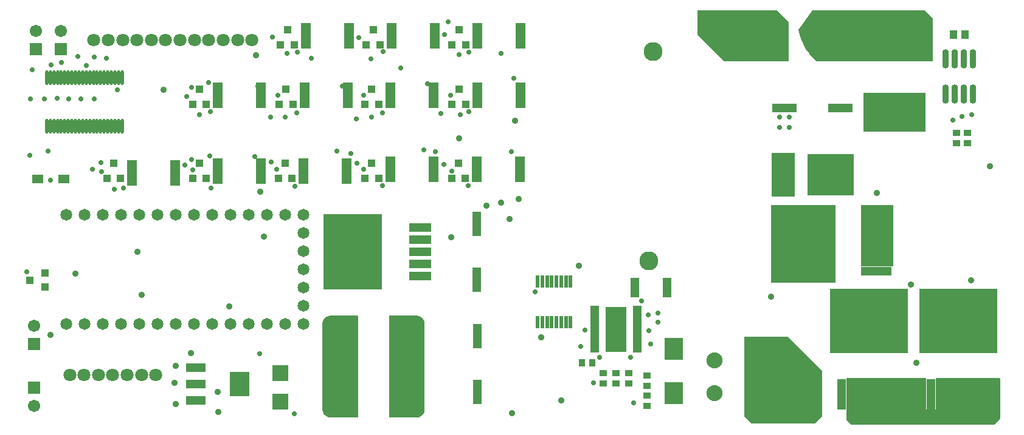
<source format=gts>
G04 Layer_Color=8388736*
%FSAX24Y24*%
%MOIN*%
G70*
G01*
G75*
%ADD11R,0.0630X0.0472*%
%ADD78R,0.0572X0.1399*%
%ADD79R,0.4253X0.3545*%
%ADD80R,0.0453X0.1674*%
%ADD81R,0.0867X0.0867*%
%ADD82R,0.3230X0.4174*%
%ADD83R,0.1222X0.0474*%
%ADD84R,0.0434X0.0474*%
%ADD85R,0.0220X0.0660*%
G04:AMPARAMS|DCode=86|XSize=195mil|YSize=559.2mil|CornerRadius=97.5mil|HoleSize=0mil|Usage=FLASHONLY|Rotation=0.000|XOffset=0mil|YOffset=0mil|HoleType=Round|Shape=RoundedRectangle|*
%AMROUNDEDRECTD86*
21,1,0.1950,0.3642,0,0,0.0*
21,1,0.0000,0.5592,0,0,0.0*
1,1,0.1950,0.0000,-0.1821*
1,1,0.1950,0.0000,-0.1821*
1,1,0.1950,0.0000,0.1821*
1,1,0.1950,0.0000,0.1821*
%
%ADD86ROUNDEDRECTD86*%
%ADD87R,0.0400X0.0440*%
%ADD88R,0.3420X0.2130*%
%ADD89R,0.0474X0.1340*%
%ADD90R,0.1064X0.0474*%
%ADD91R,0.1064X0.1379*%
%ADD92R,0.1030X0.1190*%
%ADD93R,0.0356X0.0434*%
%ADD94R,0.0434X0.0356*%
%ADD95R,0.0440X0.0400*%
%ADD96O,0.0178X0.0828*%
%ADD97O,0.0356X0.1064*%
%ADD98R,0.0493X0.1104*%
%ADD99R,0.0493X0.0257*%
%ADD100R,0.1159X0.2470*%
%ADD101R,0.1340X0.0474*%
%ADD102R,0.3545X0.4253*%
%ADD103R,0.1674X0.0453*%
%ADD104R,0.1202X0.0572*%
%ADD105R,0.2560X0.2265*%
%ADD106R,0.1280X0.2430*%
%ADD107C,0.0671*%
%ADD108R,0.0671X0.0671*%
%ADD109C,0.0710*%
%ADD110C,0.0880*%
%ADD111C,0.1037*%
%ADD112C,0.0650*%
%ADD113C,0.0280*%
%ADD114C,0.0360*%
G36*
X033219Y016146D02*
X033225Y016145D01*
X033230Y016143D01*
X033234Y016141D01*
X033239Y016138D01*
X033243Y016134D01*
X033246Y016130D01*
X033249Y016126D01*
X033251Y016121D01*
X033253Y016116D01*
X033254Y016111D01*
X033254Y016106D01*
Y010594D01*
X033254Y010589D01*
X033253Y010584D01*
X033251Y010579D01*
X033249Y010574D01*
X033246Y010570D01*
X033243Y010566D01*
X033239Y010562D01*
X033234Y010559D01*
X033230Y010557D01*
X033225Y010555D01*
X033219Y010554D01*
X033214Y010554D01*
X031712D01*
X031707Y010554D01*
X031630Y010564D01*
X031625Y010566D01*
X031620Y010567D01*
X031524Y010607D01*
X031519Y010609D01*
X031515Y010612D01*
X031433Y010675D01*
X031429Y010679D01*
Y010679D01*
X031429D01*
X031425Y010683D01*
X031362Y010765D01*
X031359Y010769D01*
X031357Y010774D01*
X031317Y010870D01*
X031316Y010875D01*
X031314Y010880D01*
X031304Y010957D01*
X031304Y010962D01*
Y010962D01*
D01*
Y010988D01*
Y015712D01*
Y015738D01*
X031304Y015743D01*
X031314Y015820D01*
X031316Y015825D01*
X031317Y015830D01*
X031357Y015926D01*
X031359Y015931D01*
X031362Y015935D01*
X031425Y016017D01*
X031429Y016021D01*
X031433Y016025D01*
X031433Y016025D01*
X031515Y016088D01*
X031517Y016089D01*
X031519Y016091D01*
X031524Y016093D01*
X031620Y016133D01*
X031625Y016134D01*
X031630Y016136D01*
X031707Y016146D01*
X031712Y016146D01*
X031712D01*
D01*
X033214D01*
X033219Y016146D01*
D02*
G37*
G36*
X068405Y012740D02*
X068410Y012739D01*
X068415Y012737D01*
X068420Y012735D01*
X068424Y012732D01*
X068428Y012728D01*
X068432Y012724D01*
X068435Y012720D01*
X068437Y012715D01*
X068439Y012710D01*
X068440Y012705D01*
X068440Y012700D01*
X068440Y010500D01*
X068440Y010495D01*
X068439Y010490D01*
X068437Y010485D01*
X068435Y010480D01*
X068432Y010476D01*
X068428Y010472D01*
X068128Y010172D01*
X068124Y010168D01*
X068120Y010165D01*
X068115Y010163D01*
X068110Y010161D01*
X068105Y010160D01*
X068100Y010160D01*
X060300Y010160D01*
X060295Y010160D01*
X060290Y010161D01*
X060285Y010163D01*
X060280Y010165D01*
X060276Y010168D01*
X060272Y010172D01*
X060022Y010422D01*
X060018Y010426D01*
X060015Y010430D01*
X060013Y010435D01*
X060011Y010440D01*
X060010Y010445D01*
X060010Y010450D01*
Y012700D01*
X060010Y012705D01*
X060011Y012710D01*
X060013Y012715D01*
X060015Y012720D01*
X060018Y012724D01*
X060022Y012728D01*
X060026Y012732D01*
X060030Y012735D01*
X060035Y012737D01*
X060040Y012739D01*
X060045Y012740D01*
X060050Y012740D01*
X064350D01*
X064355Y012740D01*
X064360Y012739D01*
X064365Y012737D01*
X064370Y012735D01*
X064374Y012732D01*
X064378Y012728D01*
X064382Y012724D01*
X064385Y012720D01*
X064387Y012715D01*
X064389Y012710D01*
X064390Y012705D01*
X064390Y012700D01*
Y010990D01*
X064910D01*
X064910Y012700D01*
X064910Y012705D01*
X064911Y012710D01*
X064913Y012715D01*
X064915Y012720D01*
X064918Y012724D01*
X064922Y012728D01*
X064926Y012732D01*
X064930Y012735D01*
X064935Y012737D01*
X064940Y012739D01*
X064945Y012740D01*
X064950Y012740D01*
X068400Y012740D01*
X068405Y012740D01*
D02*
G37*
G36*
X056805Y014990D02*
X056810Y014989D01*
X056815Y014987D01*
X056820Y014985D01*
X056824Y014982D01*
X056828Y014978D01*
X058678Y013128D01*
X058682Y013124D01*
X058685Y013120D01*
X058687Y013115D01*
X058689Y013110D01*
X058690Y013105D01*
X058690Y013100D01*
X058690Y010650D01*
X058690Y010645D01*
X058689Y010640D01*
X058687Y010635D01*
X058685Y010630D01*
X058682Y010626D01*
X058678Y010622D01*
X058278Y010222D01*
X058274Y010218D01*
X058270Y010215D01*
X058265Y010213D01*
X058260Y010211D01*
X058255Y010210D01*
X058250Y010210D01*
X054850D01*
X054845Y010210D01*
X054840Y010211D01*
X054835Y010213D01*
X054830Y010215D01*
X054826Y010218D01*
X054822Y010222D01*
X054422Y010622D01*
X054418Y010626D01*
X054415Y010630D01*
X054413Y010635D01*
X054411Y010640D01*
X054410Y010645D01*
X054410Y010650D01*
Y014950D01*
X054410Y014955D01*
X054411Y014960D01*
X054413Y014965D01*
X054415Y014970D01*
X054418Y014974D01*
X054422Y014978D01*
X054426Y014982D01*
X054430Y014985D01*
X054435Y014987D01*
X054440Y014989D01*
X054445Y014990D01*
X054450Y014990D01*
X056800D01*
X056805Y014990D01*
D02*
G37*
G36*
X036493Y016146D02*
X036570Y016136D01*
X036575Y016134D01*
X036580Y016133D01*
X036676Y016093D01*
X036681Y016091D01*
X036685Y016088D01*
X036767Y016025D01*
X036771Y016021D01*
Y016021D01*
X036771D01*
X036775Y016017D01*
X036838Y015935D01*
X036841Y015931D01*
X036843Y015926D01*
X036883Y015830D01*
X036884Y015825D01*
X036886Y015820D01*
X036896Y015743D01*
X036896Y015738D01*
Y015712D01*
Y010988D01*
Y010962D01*
D01*
Y010962D01*
X036896Y010957D01*
X036886Y010880D01*
X036884Y010875D01*
X036883Y010870D01*
X036843Y010774D01*
X036841Y010769D01*
X036838Y010765D01*
X036775Y010683D01*
X036771Y010679D01*
X036771D01*
Y010679D01*
X036767Y010675D01*
X036685Y010612D01*
X036681Y010609D01*
X036676Y010607D01*
X036580Y010567D01*
X036575Y010566D01*
X036570Y010564D01*
X036493Y010554D01*
X036488Y010554D01*
X034986D01*
X034981Y010554D01*
X034975Y010555D01*
X034970Y010557D01*
X034966Y010559D01*
X034961Y010562D01*
X034957Y010566D01*
X034954Y010570D01*
X034951Y010574D01*
X034949Y010579D01*
X034947Y010584D01*
X034946Y010589D01*
X034946Y010594D01*
Y016106D01*
X034946Y016111D01*
X034947Y016116D01*
X034949Y016121D01*
X034951Y016126D01*
X034954Y016130D01*
X034957Y016134D01*
X034961Y016138D01*
X034966Y016141D01*
X034970Y016143D01*
X034975Y016145D01*
X034981Y016146D01*
X034986Y016146D01*
X036488D01*
D01*
X036488D01*
X036493Y016146D01*
D02*
G37*
G36*
X064305Y032940D02*
X064310Y032939D01*
X064315Y032937D01*
X064320Y032935D01*
X064324Y032932D01*
X064328Y032928D01*
X064728Y032528D01*
X064732Y032524D01*
X064735Y032520D01*
X064737Y032515D01*
X064739Y032510D01*
X064740Y032505D01*
X064740Y032500D01*
X064740Y030150D01*
X064740Y030145D01*
X064739Y030140D01*
X064737Y030135D01*
X064735Y030130D01*
X064732Y030126D01*
X064728Y030122D01*
X064724Y030118D01*
X064720Y030115D01*
X064715Y030113D01*
X064710Y030111D01*
X064705Y030110D01*
X064700Y030110D01*
X058426Y030110D01*
X058425Y030110D01*
X058424Y030110D01*
X058422Y030110D01*
X058420Y030110D01*
X058420Y030110D01*
X058419Y030110D01*
X058417Y030111D01*
X058415Y030111D01*
X058415Y030111D01*
X058414Y030112D01*
X058412Y030112D01*
X058410Y030113D01*
X058410Y030113D01*
X058409Y030113D01*
X058407Y030114D01*
X058406Y030115D01*
X058405Y030116D01*
X058405Y030116D01*
X058403Y030117D01*
X058401Y030118D01*
X058401Y030119D01*
X058400Y030119D01*
X058286Y030212D01*
X058286Y030212D01*
X058286Y030212D01*
X058284Y030214D01*
X058282Y030216D01*
X058282Y030216D01*
X058282Y030216D01*
X057978Y030539D01*
X057978Y030539D01*
X057978Y030539D01*
X057977Y030541D01*
X057975Y030543D01*
X057975Y030543D01*
X057975Y030543D01*
X057795Y030796D01*
X057794Y030798D01*
X057793Y030800D01*
X057643Y031071D01*
X057642Y031073D01*
X057641Y031075D01*
X057522Y031362D01*
D01*
Y031362D01*
X057522Y031362D01*
X057521Y031365D01*
X057521Y031367D01*
X057521Y031367D01*
X057521Y031367D01*
X057521Y031367D01*
X057422Y031733D01*
X057421Y031735D01*
X057421Y031737D01*
X057401Y031862D01*
X057401Y031863D01*
X057401Y031863D01*
X057401Y031865D01*
X057401Y031867D01*
X057401Y031867D01*
X057401Y031867D01*
X057401Y031868D01*
X057401Y031868D01*
X057401Y031870D01*
X057401Y031872D01*
X057401Y031872D01*
X057401Y031873D01*
X057401Y031873D01*
X057401Y031873D01*
X057402Y031875D01*
X057402Y031877D01*
X057402Y031877D01*
X057402Y031878D01*
X057402Y031878D01*
X057402Y031879D01*
X057403Y031880D01*
X057403Y031882D01*
X057404Y031882D01*
X057404Y031883D01*
X057404Y031883D01*
X057404Y031884D01*
X057405Y031885D01*
X057406Y031887D01*
X057406Y031887D01*
X057406Y031887D01*
X057406Y031888D01*
X057406Y031888D01*
X057407Y031890D01*
X057408Y031892D01*
X058146Y032923D01*
X058147Y032924D01*
X058147Y032924D01*
X058148Y032926D01*
X058149Y032927D01*
X058150Y032928D01*
X058150Y032928D01*
X058152Y032930D01*
X058153Y032931D01*
X058154Y032931D01*
X058154Y032932D01*
X058156Y032933D01*
X058158Y032934D01*
X058158Y032934D01*
X058159Y032935D01*
X058160Y032936D01*
X058162Y032936D01*
X058163Y032937D01*
X058163Y032937D01*
X058165Y032938D01*
X058167Y032938D01*
X058168Y032938D01*
X058168Y032939D01*
X058170Y032939D01*
X058172Y032940D01*
X058173Y032940D01*
X058174Y032940D01*
X058175Y032940D01*
X058177Y032940D01*
X058178Y032940D01*
X058179Y032940D01*
X064300Y032940D01*
X064305Y032940D01*
D02*
G37*
G36*
X056205Y032940D02*
X056210Y032939D01*
X056215Y032937D01*
X056220Y032935D01*
X056224Y032932D01*
X056228Y032928D01*
X056828Y032328D01*
X056832Y032324D01*
X056835Y032320D01*
X056837Y032315D01*
X056839Y032310D01*
X056840Y032305D01*
X056840Y032300D01*
X056840Y030150D01*
X056840Y030145D01*
X056839Y030140D01*
X056837Y030135D01*
X056835Y030130D01*
X056832Y030126D01*
X056828Y030122D01*
X056824Y030118D01*
X056820Y030115D01*
X056815Y030113D01*
X056810Y030111D01*
X056805Y030110D01*
X056800Y030110D01*
X053350D01*
X053345Y030110D01*
X053340Y030111D01*
X053335Y030113D01*
X053330Y030115D01*
X053326Y030118D01*
X053322Y030122D01*
X051872Y031572D01*
X051868Y031576D01*
X051865Y031580D01*
X051863Y031585D01*
X051861Y031590D01*
X051860Y031595D01*
X051860Y031600D01*
X051860Y032900D01*
X051860Y032905D01*
X051861Y032910D01*
X051863Y032915D01*
X051865Y032920D01*
X051868Y032924D01*
X051872Y032928D01*
X051876Y032932D01*
X051880Y032935D01*
X051885Y032937D01*
X051890Y032939D01*
X051895Y032940D01*
X051900Y032940D01*
X056200D01*
X056205Y032940D01*
D02*
G37*
G36*
X062555Y022240D02*
X062560Y022239D01*
X062565Y022237D01*
X062570Y022235D01*
X062574Y022232D01*
X062578Y022228D01*
X062582Y022224D01*
X062585Y022220D01*
X062587Y022215D01*
X062589Y022210D01*
X062590Y022205D01*
X062590Y022200D01*
Y018900D01*
X062590Y018895D01*
X062589Y018890D01*
X062587Y018885D01*
X062585Y018880D01*
X062582Y018876D01*
X062578Y018872D01*
X062574Y018868D01*
X062570Y018865D01*
X062565Y018863D01*
X062560Y018861D01*
X062555Y018860D01*
X062550Y018860D01*
X060850D01*
X060845Y018860D01*
X060840Y018861D01*
X060835Y018863D01*
X060830Y018865D01*
X060826Y018868D01*
X060822Y018872D01*
X060818Y018876D01*
X060815Y018880D01*
X060813Y018885D01*
X060811Y018890D01*
X060810Y018895D01*
X060810Y018900D01*
Y022200D01*
X060810Y022205D01*
X060811Y022210D01*
X060813Y022215D01*
X060815Y022220D01*
X060818Y022224D01*
X060822Y022228D01*
X060826Y022232D01*
X060830Y022235D01*
X060835Y022237D01*
X060840Y022239D01*
X060845Y022240D01*
X060850Y022240D01*
X062550D01*
X062555Y022240D01*
D02*
G37*
D11*
X017109Y023650D02*
D03*
X015691D02*
D03*
D78*
X032754Y031514D02*
D03*
X030392D02*
D03*
X037454D02*
D03*
X035092D02*
D03*
X042154D02*
D03*
X039792D02*
D03*
X042154Y028264D02*
D03*
X039792D02*
D03*
X037381Y028250D02*
D03*
X035019D02*
D03*
X032681D02*
D03*
X030319D02*
D03*
X027931D02*
D03*
X025569D02*
D03*
X042131Y024200D02*
D03*
X039769D02*
D03*
X037381D02*
D03*
X035019D02*
D03*
X023231Y024000D02*
D03*
X020869D02*
D03*
X027931Y024100D02*
D03*
X025569D02*
D03*
X032631D02*
D03*
X030269D02*
D03*
D79*
X061250Y015855D02*
D03*
X066150D02*
D03*
D80*
X062750Y011839D02*
D03*
X062250D02*
D03*
X061750D02*
D03*
X060750D02*
D03*
X060250D02*
D03*
X059750D02*
D03*
X067650D02*
D03*
X067150D02*
D03*
X066650D02*
D03*
X065650D02*
D03*
X065150D02*
D03*
X064650D02*
D03*
D81*
X029000Y012987D02*
D03*
Y011413D02*
D03*
D82*
X032961Y019650D02*
D03*
D83*
X036643Y020989D02*
D03*
Y020319D02*
D03*
Y019650D02*
D03*
Y018981D02*
D03*
Y018311D02*
D03*
D84*
X065885Y031600D02*
D03*
X066515D02*
D03*
D85*
X043104Y015790D02*
D03*
X043360D02*
D03*
X043616D02*
D03*
X043872D02*
D03*
X044128D02*
D03*
X044384D02*
D03*
X044640D02*
D03*
X044896D02*
D03*
Y018010D02*
D03*
X044640D02*
D03*
X044384D02*
D03*
X044128D02*
D03*
X043872D02*
D03*
X043616D02*
D03*
X043360D02*
D03*
X043104D02*
D03*
D86*
X032279Y013350D02*
D03*
X035921D02*
D03*
D87*
X038399Y027770D02*
D03*
X039153D02*
D03*
X038773Y028604D02*
D03*
X034000Y028590D02*
D03*
X034380Y027756D02*
D03*
X033626D02*
D03*
X028926D02*
D03*
X029680D02*
D03*
X029300Y028590D02*
D03*
X024550D02*
D03*
X024930Y027756D02*
D03*
X024176D02*
D03*
X038376Y023706D02*
D03*
X039130D02*
D03*
X038750Y024540D02*
D03*
X034000D02*
D03*
X034380Y023706D02*
D03*
X033626D02*
D03*
X024550Y024540D02*
D03*
X024930Y023706D02*
D03*
X024176D02*
D03*
X019476D02*
D03*
X020230D02*
D03*
X019850Y024540D02*
D03*
X028876Y023706D02*
D03*
X029630D02*
D03*
X029250Y024540D02*
D03*
X033699Y031020D02*
D03*
X034453D02*
D03*
X034073Y031854D02*
D03*
X038773D02*
D03*
X039153Y031020D02*
D03*
X038399D02*
D03*
X029373Y031854D02*
D03*
X029753Y031020D02*
D03*
X028999D02*
D03*
D88*
X062650Y031575D02*
D03*
Y027325D02*
D03*
D89*
X039800Y011965D02*
D03*
Y015035D02*
D03*
X039750Y018115D02*
D03*
Y021185D02*
D03*
D90*
X024349Y013306D02*
D03*
Y012400D02*
D03*
Y011494D02*
D03*
D91*
X026751Y012400D02*
D03*
D92*
X050550Y011900D02*
D03*
X055044D02*
D03*
X050550Y014310D02*
D03*
X055044D02*
D03*
D93*
X046076Y013550D02*
D03*
X045524D02*
D03*
D94*
X048100Y012424D02*
D03*
Y012976D02*
D03*
X046700Y012976D02*
D03*
Y012424D02*
D03*
X047400Y012424D02*
D03*
Y012976D02*
D03*
X049100Y011751D02*
D03*
Y011200D02*
D03*
Y012851D02*
D03*
Y012300D02*
D03*
X066050Y025624D02*
D03*
Y026176D02*
D03*
X066650Y025624D02*
D03*
Y026176D02*
D03*
D95*
X016094Y017726D02*
D03*
Y018480D02*
D03*
X015260Y018100D02*
D03*
D96*
X016183Y026571D02*
D03*
X016380D02*
D03*
X016577D02*
D03*
X016774D02*
D03*
X016970D02*
D03*
X017167D02*
D03*
X017364D02*
D03*
X017561D02*
D03*
X017758D02*
D03*
X017955D02*
D03*
X018152D02*
D03*
X018348D02*
D03*
X018545D02*
D03*
X018742D02*
D03*
X018939D02*
D03*
X019136D02*
D03*
X019333D02*
D03*
X019530D02*
D03*
X019726D02*
D03*
X019923D02*
D03*
X020120D02*
D03*
X020317D02*
D03*
X016183Y029229D02*
D03*
X016380D02*
D03*
X016577D02*
D03*
X016774D02*
D03*
X016970D02*
D03*
X017167D02*
D03*
X017364D02*
D03*
X017561D02*
D03*
X017758D02*
D03*
X017955D02*
D03*
X018152D02*
D03*
X018348D02*
D03*
X018545D02*
D03*
X018742D02*
D03*
X018939D02*
D03*
X019136D02*
D03*
X019333D02*
D03*
X019530D02*
D03*
X019726D02*
D03*
X019923D02*
D03*
X020120D02*
D03*
X020317D02*
D03*
D97*
X065450Y028335D02*
D03*
X065950D02*
D03*
X066450D02*
D03*
X066950D02*
D03*
X065450Y030265D02*
D03*
X065950D02*
D03*
X066450D02*
D03*
X066950D02*
D03*
D98*
X050186Y017700D02*
D03*
X048414D02*
D03*
D99*
X046239Y016552D02*
D03*
Y016296D02*
D03*
Y016040D02*
D03*
Y015784D02*
D03*
Y015528D02*
D03*
Y015272D02*
D03*
Y015016D02*
D03*
Y014760D02*
D03*
Y014504D02*
D03*
Y014248D02*
D03*
X048561Y016552D02*
D03*
Y016296D02*
D03*
Y016040D02*
D03*
Y015784D02*
D03*
Y015528D02*
D03*
Y015272D02*
D03*
Y015016D02*
D03*
Y014760D02*
D03*
Y014504D02*
D03*
Y014248D02*
D03*
D100*
X047400Y015400D02*
D03*
D101*
X059685Y027550D02*
D03*
X056615D02*
D03*
D102*
X057645Y020100D02*
D03*
D103*
X061661Y021600D02*
D03*
Y021100D02*
D03*
Y020600D02*
D03*
Y019600D02*
D03*
Y019100D02*
D03*
Y018600D02*
D03*
D104*
X056566Y024802D02*
D03*
Y022998D02*
D03*
D105*
X059145Y023900D02*
D03*
D106*
X056550Y023875D02*
D03*
D107*
X016950Y031800D02*
D03*
X015600D02*
D03*
X015500Y011200D02*
D03*
Y015600D02*
D03*
D108*
X016950Y030800D02*
D03*
X015600D02*
D03*
X015500Y012200D02*
D03*
Y014600D02*
D03*
D109*
X017440Y012900D02*
D03*
X018228D02*
D03*
X022165D02*
D03*
X021377D02*
D03*
X020590D02*
D03*
X019800D02*
D03*
X019010D02*
D03*
X026646Y031300D02*
D03*
X027436D02*
D03*
X025861D02*
D03*
X025071D02*
D03*
X024281D02*
D03*
X023494D02*
D03*
X022706D02*
D03*
X018769D02*
D03*
X019557D02*
D03*
X020344D02*
D03*
X021134D02*
D03*
X021924D02*
D03*
D110*
X052800Y011900D02*
D03*
Y013700D02*
D03*
D111*
X049200Y019152D02*
D03*
X049436Y030648D02*
D03*
D112*
X017250Y015700D02*
D03*
X018250D02*
D03*
X019250D02*
D03*
X020250D02*
D03*
X021250D02*
D03*
X022250D02*
D03*
X023250D02*
D03*
X024250D02*
D03*
X025250D02*
D03*
X026250D02*
D03*
X027250D02*
D03*
X028250D02*
D03*
X029250D02*
D03*
X030250D02*
D03*
Y016700D02*
D03*
Y017700D02*
D03*
Y018700D02*
D03*
Y019700D02*
D03*
Y020700D02*
D03*
Y021700D02*
D03*
X029250D02*
D03*
X028250D02*
D03*
X027250D02*
D03*
X026250D02*
D03*
X025250D02*
D03*
X024250D02*
D03*
X023250D02*
D03*
X022250D02*
D03*
X021250D02*
D03*
X020250D02*
D03*
X019250D02*
D03*
X018250D02*
D03*
X017250D02*
D03*
D113*
X033550Y028250D02*
D03*
Y024200D02*
D03*
X038323Y028264D02*
D03*
X039300Y023300D02*
D03*
X034600D02*
D03*
X039323Y027364D02*
D03*
X034623Y030664D02*
D03*
X029923Y030614D02*
D03*
X034600Y027300D02*
D03*
X020400Y023150D02*
D03*
X019900Y023100D02*
D03*
X025200Y023150D02*
D03*
X032850Y025050D02*
D03*
X033203Y024531D02*
D03*
X037500Y025150D02*
D03*
X025114Y024931D02*
D03*
X038400Y024100D02*
D03*
X037950Y024450D02*
D03*
X029900Y027300D02*
D03*
X038844Y027199D02*
D03*
X037800Y027250D02*
D03*
X034000Y027050D02*
D03*
X033150Y026950D02*
D03*
X029250Y027069D02*
D03*
X025150Y027350D02*
D03*
X023746Y024412D02*
D03*
X024200Y024150D02*
D03*
X024107Y024729D02*
D03*
X028450Y027050D02*
D03*
X024550Y027200D02*
D03*
X025050Y028950D02*
D03*
X041800Y029200D02*
D03*
X041073Y030556D02*
D03*
X038800Y030500D02*
D03*
X035600Y029750D02*
D03*
X033950Y030250D02*
D03*
X015250Y024950D02*
D03*
X016250Y025200D02*
D03*
X016750Y028100D02*
D03*
X017000Y030050D02*
D03*
X015300Y028050D02*
D03*
X016050D02*
D03*
X017901Y030400D02*
D03*
X020050Y028550D02*
D03*
X018800Y028050D02*
D03*
X017400D02*
D03*
X018050D02*
D03*
X015400Y029650D02*
D03*
X016419Y029918D02*
D03*
X016400Y023600D02*
D03*
X019450Y030300D02*
D03*
X018349Y029899D02*
D03*
X018800Y030350D02*
D03*
X023200Y024000D02*
D03*
X029800Y023250D02*
D03*
X028800Y024200D02*
D03*
X028500Y024600D02*
D03*
X027600Y024900D02*
D03*
X032100Y025200D02*
D03*
X036850Y025250D02*
D03*
X023850Y028200D02*
D03*
X024121Y028700D02*
D03*
X028850Y028250D02*
D03*
X027750Y028750D02*
D03*
X032400D02*
D03*
X037050Y028900D02*
D03*
X029350Y030550D02*
D03*
X030700Y030300D02*
D03*
X028569Y031450D02*
D03*
X033300Y031419D02*
D03*
X039323Y030614D02*
D03*
X038200Y032300D02*
D03*
X038000Y031600D02*
D03*
X056350Y027050D02*
D03*
X056900D02*
D03*
Y026500D02*
D03*
X056350D02*
D03*
X045700Y015350D02*
D03*
X045450Y014450D02*
D03*
X015100Y018550D02*
D03*
X048350Y011350D02*
D03*
X027850Y014050D02*
D03*
X046150Y012450D02*
D03*
X066900Y027200D02*
D03*
X066350Y027100D02*
D03*
X065850Y026900D02*
D03*
X041650Y025150D02*
D03*
X042969Y017451D02*
D03*
X029750Y010750D02*
D03*
X019200Y024050D02*
D03*
X019150Y024550D02*
D03*
X018700Y024200D02*
D03*
X046500Y013850D02*
D03*
X049174Y015326D02*
D03*
X048800Y016950D02*
D03*
X064650Y011850D02*
D03*
X059750D02*
D03*
X048200Y013850D02*
D03*
X049300Y014600D02*
D03*
X049700Y015800D02*
D03*
Y016300D02*
D03*
X049150Y016200D02*
D03*
D114*
X026661Y012403D02*
D03*
X016400Y015100D02*
D03*
X021150Y019650D02*
D03*
X055900Y017200D02*
D03*
X041700Y010800D02*
D03*
X038800Y025900D02*
D03*
X038350Y020450D02*
D03*
X022600Y028550D02*
D03*
X047400Y014600D02*
D03*
X041850Y026850D02*
D03*
X027650Y030450D02*
D03*
X032650Y031150D02*
D03*
X063550Y017850D02*
D03*
X023200Y012450D02*
D03*
X025600Y010850D02*
D03*
X063850Y013550D02*
D03*
X066850Y018100D02*
D03*
X067600Y011550D02*
D03*
X061700Y022900D02*
D03*
X061650Y018550D02*
D03*
X023250Y011300D02*
D03*
X021400Y017300D02*
D03*
X017750Y018450D02*
D03*
X025550Y011950D02*
D03*
X024100Y014100D02*
D03*
X023250Y013400D02*
D03*
X026200Y016650D02*
D03*
X042050Y022550D02*
D03*
X041100Y022350D02*
D03*
X040300Y022200D02*
D03*
X043300Y014950D02*
D03*
X041550Y021450D02*
D03*
X027900Y022950D02*
D03*
X045350Y018900D02*
D03*
X028100Y020500D02*
D03*
X044400Y011500D02*
D03*
X067900Y024350D02*
D03*
M02*

</source>
